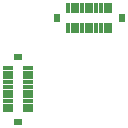
<source format=gts>
G04*
G04 #@! TF.GenerationSoftware,Altium Limited,Altium Designer,25.8.1 (18)*
G04*
G04 Layer_Color=8388736*
%FSLAX44Y44*%
%MOMM*%
G71*
G04*
G04 #@! TF.SameCoordinates,35E46C87-A708-4878-9C39-C93A67F0F4E1*
G04*
G04*
G04 #@! TF.FilePolarity,Negative*
G04*
G01*
G75*
%ADD14R,0.5532X0.6432*%
%ADD15R,0.4232X0.8632*%
%ADD16R,0.6432X0.5532*%
%ADD17R,0.8632X0.4232*%
D14*
X47500Y95000D02*
D03*
X102500Y95001D02*
D03*
D15*
X73000Y86450D02*
D03*
X77000D02*
D03*
X69000D02*
D03*
X81000D02*
D03*
X57000D02*
D03*
X61000D02*
D03*
X65000D02*
D03*
X93000Y103550D02*
D03*
X89000D02*
D03*
X85000D02*
D03*
X81000D02*
D03*
X77000D02*
D03*
X73000D02*
D03*
X69000D02*
D03*
X65000D02*
D03*
X61000D02*
D03*
X57000D02*
D03*
X93000Y86450D02*
D03*
X89000D02*
D03*
X85000D02*
D03*
D16*
X15000Y62500D02*
D03*
X15001Y7500D02*
D03*
D17*
X6450Y37000D02*
D03*
Y33000D02*
D03*
Y41000D02*
D03*
Y29000D02*
D03*
Y53000D02*
D03*
Y49000D02*
D03*
Y45000D02*
D03*
X23550Y17000D02*
D03*
Y21000D02*
D03*
Y25000D02*
D03*
Y29000D02*
D03*
Y33000D02*
D03*
Y37000D02*
D03*
Y41000D02*
D03*
Y45000D02*
D03*
Y49000D02*
D03*
Y53000D02*
D03*
X6450Y17000D02*
D03*
Y21000D02*
D03*
Y25000D02*
D03*
M02*

</source>
